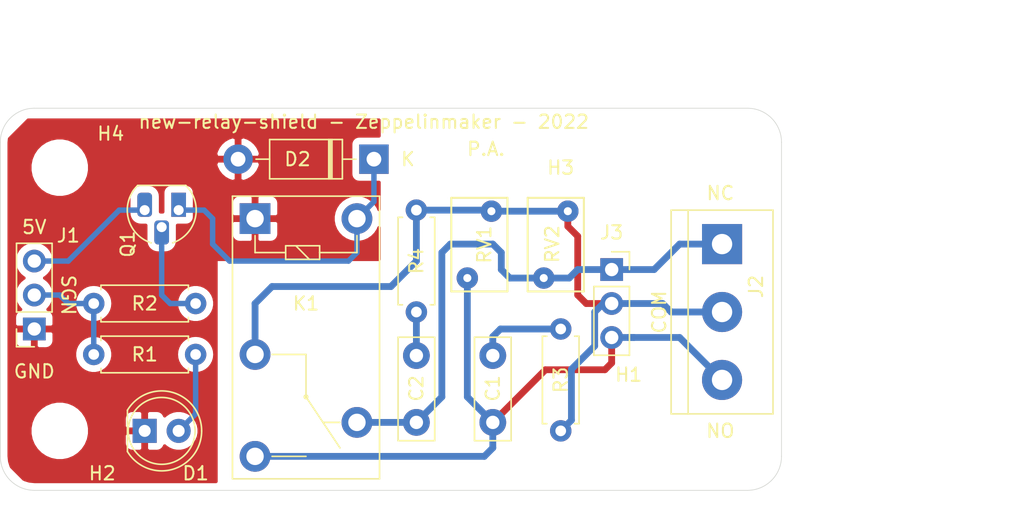
<source format=kicad_pcb>
(kicad_pcb (version 20171130) (host pcbnew "(5.1.4-0-10_14)")

  (general
    (thickness 1.6)
    (drawings 18)
    (tracks 77)
    (zones 0)
    (modules 19)
    (nets 12)
  )

  (page A4)
  (layers
    (0 F.Cu signal)
    (31 B.Cu signal)
    (32 B.Adhes user)
    (33 F.Adhes user)
    (34 B.Paste user)
    (35 F.Paste user)
    (36 B.SilkS user)
    (37 F.SilkS user)
    (38 B.Mask user)
    (39 F.Mask user)
    (40 Dwgs.User user)
    (41 Cmts.User user hide)
    (42 Eco1.User user)
    (43 Eco2.User user)
    (44 Edge.Cuts user)
    (45 Margin user)
    (46 B.CrtYd user)
    (47 F.CrtYd user)
    (48 B.Fab user)
    (49 F.Fab user hide)
  )

  (setup
    (last_trace_width 0.508)
    (user_trace_width 0.254)
    (user_trace_width 0.4064)
    (user_trace_width 0.508)
    (user_trace_width 0.762)
    (trace_clearance 0.2)
    (zone_clearance 0.508)
    (zone_45_only no)
    (trace_min 0.2)
    (via_size 0.8)
    (via_drill 0.4)
    (via_min_size 0.4)
    (via_min_drill 0.3)
    (uvia_size 0.3)
    (uvia_drill 0.1)
    (uvias_allowed no)
    (uvia_min_size 0.2)
    (uvia_min_drill 0.1)
    (edge_width 0.05)
    (segment_width 0.2)
    (pcb_text_width 0.3)
    (pcb_text_size 1.5 1.5)
    (mod_edge_width 0.12)
    (mod_text_size 1 1)
    (mod_text_width 0.15)
    (pad_size 1.524 1.524)
    (pad_drill 0.762)
    (pad_to_mask_clearance 0.051)
    (solder_mask_min_width 0.25)
    (aux_axis_origin 0 0)
    (visible_elements FFFFFF7F)
    (pcbplotparams
      (layerselection 0x3fdff_ffffffff)
      (usegerberextensions false)
      (usegerberattributes false)
      (usegerberadvancedattributes false)
      (creategerberjobfile false)
      (excludeedgelayer true)
      (linewidth 0.100000)
      (plotframeref false)
      (viasonmask false)
      (mode 1)
      (useauxorigin false)
      (hpglpennumber 1)
      (hpglpenspeed 20)
      (hpglpendiameter 15.000000)
      (psnegative false)
      (psa4output false)
      (plotreference true)
      (plotvalue true)
      (plotinvisibletext false)
      (padsonsilk false)
      (subtractmaskfromsilk false)
      (outputformat 1)
      (mirror false)
      (drillshape 0)
      (scaleselection 1)
      (outputdirectory "gerber-newrele/"))
  )

  (net 0 "")
  (net 1 "Net-(C1-Pad1)")
  (net 2 "Net-(C1-Pad2)")
  (net 3 "Net-(C2-Pad2)")
  (net 4 "Net-(C2-Pad1)")
  (net 5 GND)
  (net 6 "Net-(D1-Pad2)")
  (net 7 "Net-(D2-Pad1)")
  (net 8 "Net-(J1-Pad2)")
  (net 9 +5V)
  (net 10 "Net-(J2-Pad2)")
  (net 11 "Net-(Q1-Pad2)")

  (net_class Default "This is the default net class."
    (clearance 0.2)
    (trace_width 0.25)
    (via_dia 0.8)
    (via_drill 0.4)
    (uvia_dia 0.3)
    (uvia_drill 0.1)
    (add_net +5V)
    (add_net GND)
    (add_net "Net-(C1-Pad1)")
    (add_net "Net-(C1-Pad2)")
    (add_net "Net-(C2-Pad1)")
    (add_net "Net-(C2-Pad2)")
    (add_net "Net-(D1-Pad2)")
    (add_net "Net-(D2-Pad1)")
    (add_net "Net-(J1-Pad2)")
    (add_net "Net-(J2-Pad2)")
    (add_net "Net-(Q1-Pad2)")
  )

  (module Capacitor_THT:C_Disc_D7.5mm_W2.5mm_P5.00mm (layer F.Cu) (tedit 5AE50EF0) (tstamp 6290E7A3)
    (at 69.85 67.945 90)
    (descr "C, Disc series, Radial, pin pitch=5.00mm, , diameter*width=7.5*2.5mm^2, Capacitor, http://www.vishay.com/docs/28535/vy2series.pdf")
    (tags "C Disc series Radial pin pitch 5.00mm  diameter 7.5mm width 2.5mm Capacitor")
    (path /6291B2B4)
    (fp_text reference C1 (at 2.54 0 90) (layer F.SilkS)
      (effects (font (size 1 1) (thickness 0.15)))
    )
    (fp_text value C (at 2.5 2.5 90) (layer F.Fab)
      (effects (font (size 1 1) (thickness 0.15)))
    )
    (fp_line (start -1.25 -1.25) (end -1.25 1.25) (layer F.Fab) (width 0.1))
    (fp_line (start -1.25 1.25) (end 6.25 1.25) (layer F.Fab) (width 0.1))
    (fp_line (start 6.25 1.25) (end 6.25 -1.25) (layer F.Fab) (width 0.1))
    (fp_line (start 6.25 -1.25) (end -1.25 -1.25) (layer F.Fab) (width 0.1))
    (fp_line (start -1.37 -1.37) (end 6.37 -1.37) (layer F.SilkS) (width 0.12))
    (fp_line (start -1.37 1.37) (end 6.37 1.37) (layer F.SilkS) (width 0.12))
    (fp_line (start -1.37 -1.37) (end -1.37 1.37) (layer F.SilkS) (width 0.12))
    (fp_line (start 6.37 -1.37) (end 6.37 1.37) (layer F.SilkS) (width 0.12))
    (fp_line (start -1.5 -1.5) (end -1.5 1.5) (layer F.CrtYd) (width 0.05))
    (fp_line (start -1.5 1.5) (end 6.5 1.5) (layer F.CrtYd) (width 0.05))
    (fp_line (start 6.5 1.5) (end 6.5 -1.5) (layer F.CrtYd) (width 0.05))
    (fp_line (start 6.5 -1.5) (end -1.5 -1.5) (layer F.CrtYd) (width 0.05))
    (fp_text user %R (at 2.5 0 90) (layer F.Fab)
      (effects (font (size 1 1) (thickness 0.15)))
    )
    (pad 1 thru_hole circle (at 0 0 90) (size 2 2) (drill 1) (layers *.Cu *.Mask)
      (net 1 "Net-(C1-Pad1)"))
    (pad 2 thru_hole circle (at 5 0 90) (size 2 2) (drill 1) (layers *.Cu *.Mask)
      (net 2 "Net-(C1-Pad2)"))
    (model ${KISYS3DMOD}/Capacitor_THT.3dshapes/C_Disc_D7.5mm_W2.5mm_P5.00mm.wrl
      (at (xyz 0 0 0))
      (scale (xyz 1 1 1))
      (rotate (xyz 0 0 0))
    )
  )

  (module Capacitor_THT:C_Disc_D7.5mm_W2.5mm_P5.00mm (layer F.Cu) (tedit 5AE50EF0) (tstamp 6290E76D)
    (at 64.135 67.945 90)
    (descr "C, Disc series, Radial, pin pitch=5.00mm, , diameter*width=7.5*2.5mm^2, Capacitor, http://www.vishay.com/docs/28535/vy2series.pdf")
    (tags "C Disc series Radial pin pitch 5.00mm  diameter 7.5mm width 2.5mm Capacitor")
    (path /6291BCBB)
    (fp_text reference C2 (at 2.54 0 90) (layer F.SilkS)
      (effects (font (size 1 1) (thickness 0.15)))
    )
    (fp_text value C (at 2.5 2.5 90) (layer F.Fab)
      (effects (font (size 1 1) (thickness 0.15)))
    )
    (fp_text user %R (at 2.5 0 90) (layer F.Fab)
      (effects (font (size 1 1) (thickness 0.15)))
    )
    (fp_line (start 6.5 -1.5) (end -1.5 -1.5) (layer F.CrtYd) (width 0.05))
    (fp_line (start 6.5 1.5) (end 6.5 -1.5) (layer F.CrtYd) (width 0.05))
    (fp_line (start -1.5 1.5) (end 6.5 1.5) (layer F.CrtYd) (width 0.05))
    (fp_line (start -1.5 -1.5) (end -1.5 1.5) (layer F.CrtYd) (width 0.05))
    (fp_line (start 6.37 -1.37) (end 6.37 1.37) (layer F.SilkS) (width 0.12))
    (fp_line (start -1.37 -1.37) (end -1.37 1.37) (layer F.SilkS) (width 0.12))
    (fp_line (start -1.37 1.37) (end 6.37 1.37) (layer F.SilkS) (width 0.12))
    (fp_line (start -1.37 -1.37) (end 6.37 -1.37) (layer F.SilkS) (width 0.12))
    (fp_line (start 6.25 -1.25) (end -1.25 -1.25) (layer F.Fab) (width 0.1))
    (fp_line (start 6.25 1.25) (end 6.25 -1.25) (layer F.Fab) (width 0.1))
    (fp_line (start -1.25 1.25) (end 6.25 1.25) (layer F.Fab) (width 0.1))
    (fp_line (start -1.25 -1.25) (end -1.25 1.25) (layer F.Fab) (width 0.1))
    (pad 2 thru_hole circle (at 5 0 90) (size 2 2) (drill 1) (layers *.Cu *.Mask)
      (net 3 "Net-(C2-Pad2)"))
    (pad 1 thru_hole circle (at 0 0 90) (size 2 2) (drill 1) (layers *.Cu *.Mask)
      (net 4 "Net-(C2-Pad1)"))
    (model ${KISYS3DMOD}/Capacitor_THT.3dshapes/C_Disc_D7.5mm_W2.5mm_P5.00mm.wrl
      (at (xyz 0 0 0))
      (scale (xyz 1 1 1))
      (rotate (xyz 0 0 0))
    )
  )

  (module LED_THT:LED_D5.0mm (layer F.Cu) (tedit 5995936A) (tstamp 6290E739)
    (at 43.815 68.58)
    (descr "LED, diameter 5.0mm, 2 pins, http://cdn-reichelt.de/documents/datenblatt/A500/LL-504BC2E-009.pdf")
    (tags "LED diameter 5.0mm 2 pins")
    (path /6290EA54)
    (fp_text reference D1 (at 3.81 3.175) (layer F.SilkS)
      (effects (font (size 1 1) (thickness 0.15)))
    )
    (fp_text value LED (at 1.27 3.96) (layer F.Fab)
      (effects (font (size 1 1) (thickness 0.15)))
    )
    (fp_arc (start 1.27 0) (end -1.23 -1.469694) (angle 299.1) (layer F.Fab) (width 0.1))
    (fp_arc (start 1.27 0) (end -1.29 -1.54483) (angle 148.9) (layer F.SilkS) (width 0.12))
    (fp_arc (start 1.27 0) (end -1.29 1.54483) (angle -148.9) (layer F.SilkS) (width 0.12))
    (fp_circle (center 1.27 0) (end 3.77 0) (layer F.Fab) (width 0.1))
    (fp_circle (center 1.27 0) (end 3.77 0) (layer F.SilkS) (width 0.12))
    (fp_line (start -1.23 -1.469694) (end -1.23 1.469694) (layer F.Fab) (width 0.1))
    (fp_line (start -1.29 -1.545) (end -1.29 1.545) (layer F.SilkS) (width 0.12))
    (fp_line (start -1.95 -3.25) (end -1.95 3.25) (layer F.CrtYd) (width 0.05))
    (fp_line (start -1.95 3.25) (end 4.5 3.25) (layer F.CrtYd) (width 0.05))
    (fp_line (start 4.5 3.25) (end 4.5 -3.25) (layer F.CrtYd) (width 0.05))
    (fp_line (start 4.5 -3.25) (end -1.95 -3.25) (layer F.CrtYd) (width 0.05))
    (fp_text user %R (at 1.25 0) (layer F.Fab)
      (effects (font (size 0.8 0.8) (thickness 0.2)))
    )
    (pad 1 thru_hole rect (at 0 0) (size 1.8 1.8) (drill 0.9) (layers *.Cu *.Mask)
      (net 5 GND))
    (pad 2 thru_hole circle (at 2.54 0) (size 1.8 1.8) (drill 0.9) (layers *.Cu *.Mask)
      (net 6 "Net-(D1-Pad2)"))
    (model ${KISYS3DMOD}/LED_THT.3dshapes/LED_D5.0mm.wrl
      (at (xyz 0 0 0))
      (scale (xyz 1 1 1))
      (rotate (xyz 0 0 0))
    )
  )

  (module Diode_THT:D_DO-41_SOD81_P10.16mm_Horizontal (layer F.Cu) (tedit 5AE50CD5) (tstamp 6290E6EC)
    (at 60.96 48.26 180)
    (descr "Diode, DO-41_SOD81 series, Axial, Horizontal, pin pitch=10.16mm, , length*diameter=5.2*2.7mm^2, , http://www.diodes.com/_files/packages/DO-41%20(Plastic).pdf")
    (tags "Diode DO-41_SOD81 series Axial Horizontal pin pitch 10.16mm  length 5.2mm diameter 2.7mm")
    (path /629142C3)
    (fp_text reference D2 (at 5.715 0) (layer F.SilkS)
      (effects (font (size 1 1) (thickness 0.15)))
    )
    (fp_text value D (at 5.08 2.47) (layer F.Fab)
      (effects (font (size 1 1) (thickness 0.15)))
    )
    (fp_line (start 2.48 -1.35) (end 2.48 1.35) (layer F.Fab) (width 0.1))
    (fp_line (start 2.48 1.35) (end 7.68 1.35) (layer F.Fab) (width 0.1))
    (fp_line (start 7.68 1.35) (end 7.68 -1.35) (layer F.Fab) (width 0.1))
    (fp_line (start 7.68 -1.35) (end 2.48 -1.35) (layer F.Fab) (width 0.1))
    (fp_line (start 0 0) (end 2.48 0) (layer F.Fab) (width 0.1))
    (fp_line (start 10.16 0) (end 7.68 0) (layer F.Fab) (width 0.1))
    (fp_line (start 3.26 -1.35) (end 3.26 1.35) (layer F.Fab) (width 0.1))
    (fp_line (start 3.36 -1.35) (end 3.36 1.35) (layer F.Fab) (width 0.1))
    (fp_line (start 3.16 -1.35) (end 3.16 1.35) (layer F.Fab) (width 0.1))
    (fp_line (start 2.36 -1.47) (end 2.36 1.47) (layer F.SilkS) (width 0.12))
    (fp_line (start 2.36 1.47) (end 7.8 1.47) (layer F.SilkS) (width 0.12))
    (fp_line (start 7.8 1.47) (end 7.8 -1.47) (layer F.SilkS) (width 0.12))
    (fp_line (start 7.8 -1.47) (end 2.36 -1.47) (layer F.SilkS) (width 0.12))
    (fp_line (start 1.34 0) (end 2.36 0) (layer F.SilkS) (width 0.12))
    (fp_line (start 8.82 0) (end 7.8 0) (layer F.SilkS) (width 0.12))
    (fp_line (start 3.26 -1.47) (end 3.26 1.47) (layer F.SilkS) (width 0.12))
    (fp_line (start 3.38 -1.47) (end 3.38 1.47) (layer F.SilkS) (width 0.12))
    (fp_line (start 3.14 -1.47) (end 3.14 1.47) (layer F.SilkS) (width 0.12))
    (fp_line (start -1.35 -1.6) (end -1.35 1.6) (layer F.CrtYd) (width 0.05))
    (fp_line (start -1.35 1.6) (end 11.51 1.6) (layer F.CrtYd) (width 0.05))
    (fp_line (start 11.51 1.6) (end 11.51 -1.6) (layer F.CrtYd) (width 0.05))
    (fp_line (start 11.51 -1.6) (end -1.35 -1.6) (layer F.CrtYd) (width 0.05))
    (fp_text user %R (at 5.47 0) (layer F.Fab)
      (effects (font (size 1 1) (thickness 0.15)))
    )
    (fp_text user K (at 0 -2.1) (layer F.Fab)
      (effects (font (size 1 1) (thickness 0.15)))
    )
    (fp_text user K (at -2.54 0) (layer F.SilkS)
      (effects (font (size 1 1) (thickness 0.15)))
    )
    (pad 1 thru_hole rect (at 0 0 180) (size 2.2 2.2) (drill 1.1) (layers *.Cu *.Mask)
      (net 7 "Net-(D2-Pad1)"))
    (pad 2 thru_hole oval (at 10.16 0 180) (size 2.2 2.2) (drill 1.1) (layers *.Cu *.Mask)
      (net 5 GND))
    (model ${KISYS3DMOD}/Diode_THT.3dshapes/D_DO-41_SOD81_P10.16mm_Horizontal.wrl
      (at (xyz 0 0 0))
      (scale (xyz 1 1 1))
      (rotate (xyz 0 0 0))
    )
  )

  (module Connector_PinSocket_2.54mm:PinSocket_1x03_P2.54mm_Vertical (layer F.Cu) (tedit 5A19A429) (tstamp 6290E6A2)
    (at 35.56 60.96 180)
    (descr "Through hole straight socket strip, 1x03, 2.54mm pitch, single row (from Kicad 4.0.7), script generated")
    (tags "Through hole socket strip THT 1x03 2.54mm single row")
    (path /6290C02E)
    (fp_text reference J1 (at -2.54 6.985) (layer F.SilkS)
      (effects (font (size 1 1) (thickness 0.15)))
    )
    (fp_text value Conn_01x03 (at 0 7.85) (layer F.Fab)
      (effects (font (size 1 1) (thickness 0.15)))
    )
    (fp_line (start -1.27 -1.27) (end 0.635 -1.27) (layer F.Fab) (width 0.1))
    (fp_line (start 0.635 -1.27) (end 1.27 -0.635) (layer F.Fab) (width 0.1))
    (fp_line (start 1.27 -0.635) (end 1.27 6.35) (layer F.Fab) (width 0.1))
    (fp_line (start 1.27 6.35) (end -1.27 6.35) (layer F.Fab) (width 0.1))
    (fp_line (start -1.27 6.35) (end -1.27 -1.27) (layer F.Fab) (width 0.1))
    (fp_line (start -1.33 1.27) (end 1.33 1.27) (layer F.SilkS) (width 0.12))
    (fp_line (start -1.33 1.27) (end -1.33 6.41) (layer F.SilkS) (width 0.12))
    (fp_line (start -1.33 6.41) (end 1.33 6.41) (layer F.SilkS) (width 0.12))
    (fp_line (start 1.33 1.27) (end 1.33 6.41) (layer F.SilkS) (width 0.12))
    (fp_line (start 1.33 -1.33) (end 1.33 0) (layer F.SilkS) (width 0.12))
    (fp_line (start 0 -1.33) (end 1.33 -1.33) (layer F.SilkS) (width 0.12))
    (fp_line (start -1.8 -1.8) (end 1.75 -1.8) (layer F.CrtYd) (width 0.05))
    (fp_line (start 1.75 -1.8) (end 1.75 6.85) (layer F.CrtYd) (width 0.05))
    (fp_line (start 1.75 6.85) (end -1.8 6.85) (layer F.CrtYd) (width 0.05))
    (fp_line (start -1.8 6.85) (end -1.8 -1.8) (layer F.CrtYd) (width 0.05))
    (fp_text user %R (at 0 2.54 90) (layer F.Fab)
      (effects (font (size 1 1) (thickness 0.15)))
    )
    (pad 1 thru_hole rect (at 0 0 180) (size 1.7 1.7) (drill 1) (layers *.Cu *.Mask)
      (net 5 GND))
    (pad 2 thru_hole oval (at 0 2.54 180) (size 1.7 1.7) (drill 1) (layers *.Cu *.Mask)
      (net 8 "Net-(J1-Pad2)"))
    (pad 3 thru_hole oval (at 0 5.08 180) (size 1.7 1.7) (drill 1) (layers *.Cu *.Mask)
      (net 9 +5V))
    (model ${KISYS3DMOD}/Connector_PinSocket_2.54mm.3dshapes/PinSocket_1x03_P2.54mm_Vertical.wrl
      (at (xyz 0 0 0))
      (scale (xyz 1 1 1))
      (rotate (xyz 0 0 0))
    )
  )

  (module TerminalBlock:TerminalBlock_bornier-3_P5.08mm (layer F.Cu) (tedit 59FF03B9) (tstamp 6290E662)
    (at 86.995 54.61 270)
    (descr "simple 3-pin terminal block, pitch 5.08mm, revamped version of bornier3")
    (tags "terminal block bornier3")
    (path /629183C5)
    (fp_text reference J2 (at 3.175 -2.54 90) (layer F.SilkS)
      (effects (font (size 1 1) (thickness 0.15)))
    )
    (fp_text value Conn_01x03 (at 5.08 5.08 90) (layer F.Fab)
      (effects (font (size 1 1) (thickness 0.15)))
    )
    (fp_text user %R (at 5.08 0 90) (layer F.Fab)
      (effects (font (size 1 1) (thickness 0.15)))
    )
    (fp_line (start -2.47 2.55) (end 12.63 2.55) (layer F.Fab) (width 0.1))
    (fp_line (start -2.47 -3.75) (end 12.63 -3.75) (layer F.Fab) (width 0.1))
    (fp_line (start 12.63 -3.75) (end 12.63 3.75) (layer F.Fab) (width 0.1))
    (fp_line (start 12.63 3.75) (end -2.47 3.75) (layer F.Fab) (width 0.1))
    (fp_line (start -2.47 3.75) (end -2.47 -3.75) (layer F.Fab) (width 0.1))
    (fp_line (start -2.54 3.81) (end -2.54 -3.81) (layer F.SilkS) (width 0.12))
    (fp_line (start 12.7 3.81) (end 12.7 -3.81) (layer F.SilkS) (width 0.12))
    (fp_line (start -2.54 2.54) (end 12.7 2.54) (layer F.SilkS) (width 0.12))
    (fp_line (start -2.54 -3.81) (end 12.7 -3.81) (layer F.SilkS) (width 0.12))
    (fp_line (start -2.54 3.81) (end 12.7 3.81) (layer F.SilkS) (width 0.12))
    (fp_line (start -2.72 -4) (end 12.88 -4) (layer F.CrtYd) (width 0.05))
    (fp_line (start -2.72 -4) (end -2.72 4) (layer F.CrtYd) (width 0.05))
    (fp_line (start 12.88 4) (end 12.88 -4) (layer F.CrtYd) (width 0.05))
    (fp_line (start 12.88 4) (end -2.72 4) (layer F.CrtYd) (width 0.05))
    (pad 1 thru_hole rect (at 0 0 270) (size 3 3) (drill 1.52) (layers *.Cu *.Mask)
      (net 4 "Net-(C2-Pad1)"))
    (pad 2 thru_hole circle (at 5.08 0 270) (size 3 3) (drill 1.52) (layers *.Cu *.Mask)
      (net 10 "Net-(J2-Pad2)"))
    (pad 3 thru_hole circle (at 10.16 0 270) (size 3 3) (drill 1.52) (layers *.Cu *.Mask)
      (net 1 "Net-(C1-Pad1)"))
    (model ${KISYS3DMOD}/TerminalBlock.3dshapes/TerminalBlock_bornier-3_P5.08mm.wrl
      (offset (xyz 5.079999923706055 0 0))
      (scale (xyz 1 1 1))
      (rotate (xyz 0 0 0))
    )
  )

  (module Connector_PinSocket_2.54mm:PinSocket_1x03_P2.54mm_Vertical (layer F.Cu) (tedit 5A19A429) (tstamp 6290E621)
    (at 78.74 56.515)
    (descr "Through hole straight socket strip, 1x03, 2.54mm pitch, single row (from Kicad 4.0.7), script generated")
    (tags "Through hole socket strip THT 1x03 2.54mm single row")
    (path /6292792D)
    (fp_text reference J3 (at 0 -2.77) (layer F.SilkS)
      (effects (font (size 1 1) (thickness 0.15)))
    )
    (fp_text value Conn_01x03_Female (at 0 7.85) (layer F.Fab)
      (effects (font (size 1 1) (thickness 0.15)))
    )
    (fp_text user %R (at 0 2.54 90) (layer F.Fab)
      (effects (font (size 1 1) (thickness 0.15)))
    )
    (fp_line (start -1.8 6.85) (end -1.8 -1.8) (layer F.CrtYd) (width 0.05))
    (fp_line (start 1.75 6.85) (end -1.8 6.85) (layer F.CrtYd) (width 0.05))
    (fp_line (start 1.75 -1.8) (end 1.75 6.85) (layer F.CrtYd) (width 0.05))
    (fp_line (start -1.8 -1.8) (end 1.75 -1.8) (layer F.CrtYd) (width 0.05))
    (fp_line (start 0 -1.33) (end 1.33 -1.33) (layer F.SilkS) (width 0.12))
    (fp_line (start 1.33 -1.33) (end 1.33 0) (layer F.SilkS) (width 0.12))
    (fp_line (start 1.33 1.27) (end 1.33 6.41) (layer F.SilkS) (width 0.12))
    (fp_line (start -1.33 6.41) (end 1.33 6.41) (layer F.SilkS) (width 0.12))
    (fp_line (start -1.33 1.27) (end -1.33 6.41) (layer F.SilkS) (width 0.12))
    (fp_line (start -1.33 1.27) (end 1.33 1.27) (layer F.SilkS) (width 0.12))
    (fp_line (start -1.27 6.35) (end -1.27 -1.27) (layer F.Fab) (width 0.1))
    (fp_line (start 1.27 6.35) (end -1.27 6.35) (layer F.Fab) (width 0.1))
    (fp_line (start 1.27 -0.635) (end 1.27 6.35) (layer F.Fab) (width 0.1))
    (fp_line (start 0.635 -1.27) (end 1.27 -0.635) (layer F.Fab) (width 0.1))
    (fp_line (start -1.27 -1.27) (end 0.635 -1.27) (layer F.Fab) (width 0.1))
    (pad 3 thru_hole oval (at 0 5.08) (size 1.7 1.7) (drill 1) (layers *.Cu *.Mask)
      (net 1 "Net-(C1-Pad1)"))
    (pad 2 thru_hole oval (at 0 2.54) (size 1.7 1.7) (drill 1) (layers *.Cu *.Mask)
      (net 10 "Net-(J2-Pad2)"))
    (pad 1 thru_hole rect (at 0 0) (size 1.7 1.7) (drill 1) (layers *.Cu *.Mask)
      (net 4 "Net-(C2-Pad1)"))
    (model ${KISYS3DMOD}/Connector_PinSocket_2.54mm.3dshapes/PinSocket_1x03_P2.54mm_Vertical.wrl
      (at (xyz 0 0 0))
      (scale (xyz 1 1 1))
      (rotate (xyz 0 0 0))
    )
  )

  (module Package_TO_SOT_THT:TO-92_HandSolder (layer F.Cu) (tedit 5A282C46) (tstamp 6290E5E6)
    (at 46.355 52.07 180)
    (descr "TO-92 leads molded, narrow, drill 0.75mm, handsoldering variant with enlarged pads (see NXP sot054_po.pdf)")
    (tags "to-92 sc-43 sc-43a sot54 PA33 transistor")
    (path /6290FEEA)
    (fp_text reference Q1 (at 3.81 -2.54 270) (layer F.SilkS)
      (effects (font (size 1 1) (thickness 0.15)))
    )
    (fp_text value 2N3904 (at 1.27 2.79) (layer F.Fab)
      (effects (font (size 1 1) (thickness 0.15)))
    )
    (fp_text user %R (at 1.27 -4.4) (layer F.Fab)
      (effects (font (size 1 1) (thickness 0.15)))
    )
    (fp_line (start -0.53 1.85) (end 3.07 1.85) (layer F.SilkS) (width 0.12))
    (fp_line (start -0.5 1.75) (end 3 1.75) (layer F.Fab) (width 0.1))
    (fp_line (start -1.46 -3.05) (end 4 -3.05) (layer F.CrtYd) (width 0.05))
    (fp_line (start -1.45 -3.05) (end -1.46 2.01) (layer F.CrtYd) (width 0.05))
    (fp_line (start 4 2.01) (end 4 -3.05) (layer F.CrtYd) (width 0.05))
    (fp_line (start 4 2.01) (end -1.46 2.01) (layer F.CrtYd) (width 0.05))
    (fp_arc (start 1.27 0) (end 1.27 -2.48) (angle 135) (layer F.Fab) (width 0.1))
    (fp_arc (start 1.27 0) (end 0.45 -2.45) (angle -116.9632683) (layer F.SilkS) (width 0.12))
    (fp_arc (start 1.27 0) (end 1.27 -2.48) (angle -135) (layer F.Fab) (width 0.1))
    (fp_arc (start 1.27 0) (end 2.05 -2.45) (angle 117.6433766) (layer F.SilkS) (width 0.12))
    (pad 2 thru_hole roundrect (at 1.27 -1.27 180) (size 1.1 1.8) (drill 0.75 (offset 0 -0.4)) (layers *.Cu *.Mask) (roundrect_rratio 0.25)
      (net 11 "Net-(Q1-Pad2)"))
    (pad 3 thru_hole roundrect (at 2.54 0 180) (size 1.1 1.8) (drill 0.75 (offset 0 0.4)) (layers *.Cu *.Mask) (roundrect_rratio 0.25)
      (net 9 +5V))
    (pad 1 thru_hole rect (at 0 0 180) (size 1.1 1.8) (drill 0.75 (offset 0 0.4)) (layers *.Cu *.Mask)
      (net 7 "Net-(D2-Pad1)"))
    (model ${KISYS3DMOD}/Package_TO_SOT_THT.3dshapes/TO-92.wrl
      (at (xyz 0 0 0))
      (scale (xyz 1 1 1))
      (rotate (xyz 0 0 0))
    )
  )

  (module Resistor_THT:R_Axial_DIN0207_L6.3mm_D2.5mm_P7.62mm_Horizontal (layer F.Cu) (tedit 5AE5139B) (tstamp 6290E5A9)
    (at 40.005 62.865)
    (descr "Resistor, Axial_DIN0207 series, Axial, Horizontal, pin pitch=7.62mm, 0.25W = 1/4W, length*diameter=6.3*2.5mm^2, http://cdn-reichelt.de/documents/datenblatt/B400/1_4W%23YAG.pdf")
    (tags "Resistor Axial_DIN0207 series Axial Horizontal pin pitch 7.62mm 0.25W = 1/4W length 6.3mm diameter 2.5mm")
    (path /6290DB89)
    (fp_text reference R1 (at 3.81 0) (layer F.SilkS)
      (effects (font (size 1 1) (thickness 0.15)))
    )
    (fp_text value 270R (at 3.81 2.37) (layer F.Fab)
      (effects (font (size 1 1) (thickness 0.15)))
    )
    (fp_text user %R (at 3.81 0) (layer F.Fab)
      (effects (font (size 1 1) (thickness 0.15)))
    )
    (fp_line (start 8.67 -1.5) (end -1.05 -1.5) (layer F.CrtYd) (width 0.05))
    (fp_line (start 8.67 1.5) (end 8.67 -1.5) (layer F.CrtYd) (width 0.05))
    (fp_line (start -1.05 1.5) (end 8.67 1.5) (layer F.CrtYd) (width 0.05))
    (fp_line (start -1.05 -1.5) (end -1.05 1.5) (layer F.CrtYd) (width 0.05))
    (fp_line (start 7.08 1.37) (end 7.08 1.04) (layer F.SilkS) (width 0.12))
    (fp_line (start 0.54 1.37) (end 7.08 1.37) (layer F.SilkS) (width 0.12))
    (fp_line (start 0.54 1.04) (end 0.54 1.37) (layer F.SilkS) (width 0.12))
    (fp_line (start 7.08 -1.37) (end 7.08 -1.04) (layer F.SilkS) (width 0.12))
    (fp_line (start 0.54 -1.37) (end 7.08 -1.37) (layer F.SilkS) (width 0.12))
    (fp_line (start 0.54 -1.04) (end 0.54 -1.37) (layer F.SilkS) (width 0.12))
    (fp_line (start 7.62 0) (end 6.96 0) (layer F.Fab) (width 0.1))
    (fp_line (start 0 0) (end 0.66 0) (layer F.Fab) (width 0.1))
    (fp_line (start 6.96 -1.25) (end 0.66 -1.25) (layer F.Fab) (width 0.1))
    (fp_line (start 6.96 1.25) (end 6.96 -1.25) (layer F.Fab) (width 0.1))
    (fp_line (start 0.66 1.25) (end 6.96 1.25) (layer F.Fab) (width 0.1))
    (fp_line (start 0.66 -1.25) (end 0.66 1.25) (layer F.Fab) (width 0.1))
    (pad 2 thru_hole oval (at 7.62 0) (size 1.6 1.6) (drill 0.8) (layers *.Cu *.Mask)
      (net 6 "Net-(D1-Pad2)"))
    (pad 1 thru_hole circle (at 0 0) (size 1.6 1.6) (drill 0.8) (layers *.Cu *.Mask)
      (net 8 "Net-(J1-Pad2)"))
    (model ${KISYS3DMOD}/Resistor_THT.3dshapes/R_Axial_DIN0207_L6.3mm_D2.5mm_P7.62mm_Horizontal.wrl
      (at (xyz 0 0 0))
      (scale (xyz 1 1 1))
      (rotate (xyz 0 0 0))
    )
  )

  (module Resistor_THT:R_Axial_DIN0207_L6.3mm_D2.5mm_P7.62mm_Horizontal (layer F.Cu) (tedit 5AE5139B) (tstamp 6290E567)
    (at 47.625 59.055 180)
    (descr "Resistor, Axial_DIN0207 series, Axial, Horizontal, pin pitch=7.62mm, 0.25W = 1/4W, length*diameter=6.3*2.5mm^2, http://cdn-reichelt.de/documents/datenblatt/B400/1_4W%23YAG.pdf")
    (tags "Resistor Axial_DIN0207 series Axial Horizontal pin pitch 7.62mm 0.25W = 1/4W length 6.3mm diameter 2.5mm")
    (path /6290D0AD)
    (fp_text reference R2 (at 3.81 0) (layer F.SilkS)
      (effects (font (size 1 1) (thickness 0.15)))
    )
    (fp_text value 1K (at 3.81 2.37) (layer F.Fab)
      (effects (font (size 1 1) (thickness 0.15)))
    )
    (fp_line (start 0.66 -1.25) (end 0.66 1.25) (layer F.Fab) (width 0.1))
    (fp_line (start 0.66 1.25) (end 6.96 1.25) (layer F.Fab) (width 0.1))
    (fp_line (start 6.96 1.25) (end 6.96 -1.25) (layer F.Fab) (width 0.1))
    (fp_line (start 6.96 -1.25) (end 0.66 -1.25) (layer F.Fab) (width 0.1))
    (fp_line (start 0 0) (end 0.66 0) (layer F.Fab) (width 0.1))
    (fp_line (start 7.62 0) (end 6.96 0) (layer F.Fab) (width 0.1))
    (fp_line (start 0.54 -1.04) (end 0.54 -1.37) (layer F.SilkS) (width 0.12))
    (fp_line (start 0.54 -1.37) (end 7.08 -1.37) (layer F.SilkS) (width 0.12))
    (fp_line (start 7.08 -1.37) (end 7.08 -1.04) (layer F.SilkS) (width 0.12))
    (fp_line (start 0.54 1.04) (end 0.54 1.37) (layer F.SilkS) (width 0.12))
    (fp_line (start 0.54 1.37) (end 7.08 1.37) (layer F.SilkS) (width 0.12))
    (fp_line (start 7.08 1.37) (end 7.08 1.04) (layer F.SilkS) (width 0.12))
    (fp_line (start -1.05 -1.5) (end -1.05 1.5) (layer F.CrtYd) (width 0.05))
    (fp_line (start -1.05 1.5) (end 8.67 1.5) (layer F.CrtYd) (width 0.05))
    (fp_line (start 8.67 1.5) (end 8.67 -1.5) (layer F.CrtYd) (width 0.05))
    (fp_line (start 8.67 -1.5) (end -1.05 -1.5) (layer F.CrtYd) (width 0.05))
    (fp_text user %R (at 3.81 0) (layer F.Fab)
      (effects (font (size 1 1) (thickness 0.15)))
    )
    (pad 1 thru_hole circle (at 0 0 180) (size 1.6 1.6) (drill 0.8) (layers *.Cu *.Mask)
      (net 11 "Net-(Q1-Pad2)"))
    (pad 2 thru_hole oval (at 7.62 0 180) (size 1.6 1.6) (drill 0.8) (layers *.Cu *.Mask)
      (net 8 "Net-(J1-Pad2)"))
    (model ${KISYS3DMOD}/Resistor_THT.3dshapes/R_Axial_DIN0207_L6.3mm_D2.5mm_P7.62mm_Horizontal.wrl
      (at (xyz 0 0 0))
      (scale (xyz 1 1 1))
      (rotate (xyz 0 0 0))
    )
  )

  (module Resistor_THT:R_Axial_DIN0207_L6.3mm_D2.5mm_P7.62mm_Horizontal (layer F.Cu) (tedit 5AE5139B) (tstamp 6290E525)
    (at 74.93 60.96 270)
    (descr "Resistor, Axial_DIN0207 series, Axial, Horizontal, pin pitch=7.62mm, 0.25W = 1/4W, length*diameter=6.3*2.5mm^2, http://cdn-reichelt.de/documents/datenblatt/B400/1_4W%23YAG.pdf")
    (tags "Resistor Axial_DIN0207 series Axial Horizontal pin pitch 7.62mm 0.25W = 1/4W length 6.3mm diameter 2.5mm")
    (path /6291C194)
    (fp_text reference R3 (at 3.81 0 90) (layer F.SilkS)
      (effects (font (size 1 1) (thickness 0.15)))
    )
    (fp_text value R (at 3.81 2.37 90) (layer F.Fab)
      (effects (font (size 1 1) (thickness 0.15)))
    )
    (fp_line (start 0.66 -1.25) (end 0.66 1.25) (layer F.Fab) (width 0.1))
    (fp_line (start 0.66 1.25) (end 6.96 1.25) (layer F.Fab) (width 0.1))
    (fp_line (start 6.96 1.25) (end 6.96 -1.25) (layer F.Fab) (width 0.1))
    (fp_line (start 6.96 -1.25) (end 0.66 -1.25) (layer F.Fab) (width 0.1))
    (fp_line (start 0 0) (end 0.66 0) (layer F.Fab) (width 0.1))
    (fp_line (start 7.62 0) (end 6.96 0) (layer F.Fab) (width 0.1))
    (fp_line (start 0.54 -1.04) (end 0.54 -1.37) (layer F.SilkS) (width 0.12))
    (fp_line (start 0.54 -1.37) (end 7.08 -1.37) (layer F.SilkS) (width 0.12))
    (fp_line (start 7.08 -1.37) (end 7.08 -1.04) (layer F.SilkS) (width 0.12))
    (fp_line (start 0.54 1.04) (end 0.54 1.37) (layer F.SilkS) (width 0.12))
    (fp_line (start 0.54 1.37) (end 7.08 1.37) (layer F.SilkS) (width 0.12))
    (fp_line (start 7.08 1.37) (end 7.08 1.04) (layer F.SilkS) (width 0.12))
    (fp_line (start -1.05 -1.5) (end -1.05 1.5) (layer F.CrtYd) (width 0.05))
    (fp_line (start -1.05 1.5) (end 8.67 1.5) (layer F.CrtYd) (width 0.05))
    (fp_line (start 8.67 1.5) (end 8.67 -1.5) (layer F.CrtYd) (width 0.05))
    (fp_line (start 8.67 -1.5) (end -1.05 -1.5) (layer F.CrtYd) (width 0.05))
    (fp_text user %R (at 3.81 0 90) (layer F.Fab)
      (effects (font (size 1 1) (thickness 0.15)))
    )
    (pad 1 thru_hole circle (at 0 0 270) (size 1.6 1.6) (drill 0.8) (layers *.Cu *.Mask)
      (net 2 "Net-(C1-Pad2)"))
    (pad 2 thru_hole oval (at 7.62 0 270) (size 1.6 1.6) (drill 0.8) (layers *.Cu *.Mask)
      (net 10 "Net-(J2-Pad2)"))
    (model ${KISYS3DMOD}/Resistor_THT.3dshapes/R_Axial_DIN0207_L6.3mm_D2.5mm_P7.62mm_Horizontal.wrl
      (at (xyz 0 0 0))
      (scale (xyz 1 1 1))
      (rotate (xyz 0 0 0))
    )
  )

  (module Resistor_THT:R_Axial_DIN0207_L6.3mm_D2.5mm_P7.62mm_Horizontal (layer F.Cu) (tedit 5AE5139B) (tstamp 6290E4E3)
    (at 64.135 59.69 90)
    (descr "Resistor, Axial_DIN0207 series, Axial, Horizontal, pin pitch=7.62mm, 0.25W = 1/4W, length*diameter=6.3*2.5mm^2, http://cdn-reichelt.de/documents/datenblatt/B400/1_4W%23YAG.pdf")
    (tags "Resistor Axial_DIN0207 series Axial Horizontal pin pitch 7.62mm 0.25W = 1/4W length 6.3mm diameter 2.5mm")
    (path /6291C78F)
    (fp_text reference R4 (at 3.81 0 90) (layer F.SilkS)
      (effects (font (size 1 1) (thickness 0.15)))
    )
    (fp_text value R (at 3.81 2.37 90) (layer F.Fab)
      (effects (font (size 1 1) (thickness 0.15)))
    )
    (fp_text user %R (at 3.81 0 90) (layer F.Fab)
      (effects (font (size 1 1) (thickness 0.15)))
    )
    (fp_line (start 8.67 -1.5) (end -1.05 -1.5) (layer F.CrtYd) (width 0.05))
    (fp_line (start 8.67 1.5) (end 8.67 -1.5) (layer F.CrtYd) (width 0.05))
    (fp_line (start -1.05 1.5) (end 8.67 1.5) (layer F.CrtYd) (width 0.05))
    (fp_line (start -1.05 -1.5) (end -1.05 1.5) (layer F.CrtYd) (width 0.05))
    (fp_line (start 7.08 1.37) (end 7.08 1.04) (layer F.SilkS) (width 0.12))
    (fp_line (start 0.54 1.37) (end 7.08 1.37) (layer F.SilkS) (width 0.12))
    (fp_line (start 0.54 1.04) (end 0.54 1.37) (layer F.SilkS) (width 0.12))
    (fp_line (start 7.08 -1.37) (end 7.08 -1.04) (layer F.SilkS) (width 0.12))
    (fp_line (start 0.54 -1.37) (end 7.08 -1.37) (layer F.SilkS) (width 0.12))
    (fp_line (start 0.54 -1.04) (end 0.54 -1.37) (layer F.SilkS) (width 0.12))
    (fp_line (start 7.62 0) (end 6.96 0) (layer F.Fab) (width 0.1))
    (fp_line (start 0 0) (end 0.66 0) (layer F.Fab) (width 0.1))
    (fp_line (start 6.96 -1.25) (end 0.66 -1.25) (layer F.Fab) (width 0.1))
    (fp_line (start 6.96 1.25) (end 6.96 -1.25) (layer F.Fab) (width 0.1))
    (fp_line (start 0.66 1.25) (end 6.96 1.25) (layer F.Fab) (width 0.1))
    (fp_line (start 0.66 -1.25) (end 0.66 1.25) (layer F.Fab) (width 0.1))
    (pad 2 thru_hole oval (at 7.62 0 90) (size 1.6 1.6) (drill 0.8) (layers *.Cu *.Mask)
      (net 10 "Net-(J2-Pad2)"))
    (pad 1 thru_hole circle (at 0 0 90) (size 1.6 1.6) (drill 0.8) (layers *.Cu *.Mask)
      (net 3 "Net-(C2-Pad2)"))
    (model ${KISYS3DMOD}/Resistor_THT.3dshapes/R_Axial_DIN0207_L6.3mm_D2.5mm_P7.62mm_Horizontal.wrl
      (at (xyz 0 0 0))
      (scale (xyz 1 1 1))
      (rotate (xyz 0 0 0))
    )
  )

  (module Varistor:RV_Disc_D7mm_W4.2mm_P5mm (layer F.Cu) (tedit 5A0F68DF) (tstamp 6290E4A9)
    (at 67.945 57.15 90)
    (descr "Varistor, diameter 7mm, width 4.2mm, pitch 5mm")
    (tags "varistor SIOV")
    (path /62919FFA)
    (fp_text reference RV1 (at 2.5 1.27 90) (layer F.SilkS)
      (effects (font (size 1 1) (thickness 0.15)))
    )
    (fp_text value Varistor (at 2.5 -2.2 90) (layer F.Fab)
      (effects (font (size 1 1) (thickness 0.15)))
    )
    (fp_text user %R (at 2.5 0.9 90) (layer F.Fab)
      (effects (font (size 1 1) (thickness 0.15)))
    )
    (fp_line (start -1.25 3.25) (end 6.25 3.25) (layer F.CrtYd) (width 0.05))
    (fp_line (start -1.25 -1.45) (end 6.25 -1.45) (layer F.CrtYd) (width 0.05))
    (fp_line (start 6.25 -1.45) (end 6.25 3.25) (layer F.CrtYd) (width 0.05))
    (fp_line (start -1.25 -1.45) (end -1.25 3.25) (layer F.CrtYd) (width 0.05))
    (fp_line (start -1 3) (end 6 3) (layer F.SilkS) (width 0.15))
    (fp_line (start -1 -1.2) (end 6 -1.2) (layer F.SilkS) (width 0.15))
    (fp_line (start 6 -1.2) (end 6 3) (layer F.SilkS) (width 0.15))
    (fp_line (start -1 -1.2) (end -1 3) (layer F.SilkS) (width 0.15))
    (fp_line (start -1 3) (end 6 3) (layer F.Fab) (width 0.1))
    (fp_line (start -1 -1.2) (end 6 -1.2) (layer F.Fab) (width 0.1))
    (fp_line (start 6 -1.2) (end 6 3) (layer F.Fab) (width 0.1))
    (fp_line (start -1 -1.2) (end -1 3) (layer F.Fab) (width 0.1))
    (pad 1 thru_hole circle (at 0 0 90) (size 1.6 1.6) (drill 0.6) (layers *.Cu *.Mask)
      (net 1 "Net-(C1-Pad1)"))
    (pad 2 thru_hole circle (at 5 1.8 90) (size 1.6 1.6) (drill 0.6) (layers *.Cu *.Mask)
      (net 10 "Net-(J2-Pad2)"))
    (model ${KISYS3DMOD}/Varistor.3dshapes/RV_Disc_D7mm_W4.2mm_P5mm.wrl
      (at (xyz 0 0 0))
      (scale (xyz 1 1 1))
      (rotate (xyz 0 0 0))
    )
  )

  (module Varistor:RV_Disc_D7mm_W4.2mm_P5mm (layer F.Cu) (tedit 5A0F68DF) (tstamp 6290E473)
    (at 73.66 57.15 90)
    (descr "Varistor, diameter 7mm, width 4.2mm, pitch 5mm")
    (tags "varistor SIOV")
    (path /6291ACA6)
    (fp_text reference RV2 (at 2.54 0.635 90) (layer F.SilkS)
      (effects (font (size 1 1) (thickness 0.15)))
    )
    (fp_text value Varistor (at 2.5 -2.2 90) (layer F.Fab)
      (effects (font (size 1 1) (thickness 0.15)))
    )
    (fp_line (start -1 -1.2) (end -1 3) (layer F.Fab) (width 0.1))
    (fp_line (start 6 -1.2) (end 6 3) (layer F.Fab) (width 0.1))
    (fp_line (start -1 -1.2) (end 6 -1.2) (layer F.Fab) (width 0.1))
    (fp_line (start -1 3) (end 6 3) (layer F.Fab) (width 0.1))
    (fp_line (start -1 -1.2) (end -1 3) (layer F.SilkS) (width 0.15))
    (fp_line (start 6 -1.2) (end 6 3) (layer F.SilkS) (width 0.15))
    (fp_line (start -1 -1.2) (end 6 -1.2) (layer F.SilkS) (width 0.15))
    (fp_line (start -1 3) (end 6 3) (layer F.SilkS) (width 0.15))
    (fp_line (start -1.25 -1.45) (end -1.25 3.25) (layer F.CrtYd) (width 0.05))
    (fp_line (start 6.25 -1.45) (end 6.25 3.25) (layer F.CrtYd) (width 0.05))
    (fp_line (start -1.25 -1.45) (end 6.25 -1.45) (layer F.CrtYd) (width 0.05))
    (fp_line (start -1.25 3.25) (end 6.25 3.25) (layer F.CrtYd) (width 0.05))
    (fp_text user %R (at 2.54 0.635 90) (layer F.Fab)
      (effects (font (size 1 1) (thickness 0.15)))
    )
    (pad 2 thru_hole circle (at 5 1.8 90) (size 1.6 1.6) (drill 0.6) (layers *.Cu *.Mask)
      (net 10 "Net-(J2-Pad2)"))
    (pad 1 thru_hole circle (at 0 0 90) (size 1.6 1.6) (drill 0.6) (layers *.Cu *.Mask)
      (net 4 "Net-(C2-Pad1)"))
    (model ${KISYS3DMOD}/Varistor.3dshapes/RV_Disc_D7mm_W4.2mm_P5mm.wrl
      (at (xyz 0 0 0))
      (scale (xyz 1 1 1))
      (rotate (xyz 0 0 0))
    )
  )

  (module Relay_THT:Relay_SPDT_Omron-G5Q-1 (layer F.Cu) (tedit 5AE38B61) (tstamp 6290E413)
    (at 52.07 52.705 270)
    (descr "Relay SPDT Omron Serie G5Q, http://omronfs.omron.com/en_US/ecb/products/pdf/en-g5q.pdf")
    (tags "Relay SPDT Omron Serie G5Q")
    (path /62935023)
    (fp_text reference K1 (at 6.35 -3.81) (layer F.SilkS)
      (effects (font (size 1 1) (thickness 0.15)))
    )
    (fp_text value G5Q-1 (at 9 3 270) (layer F.Fab)
      (effects (font (size 1 1) (thickness 0.15)))
    )
    (fp_text user %R (at 8.89 -3.81 90) (layer F.Fab)
      (effects (font (size 1 1) (thickness 0.15)))
    )
    (fp_line (start 17.78 -1.27) (end 17.78 -3.81) (layer F.SilkS) (width 0.12))
    (fp_line (start 13.335 -3.81) (end 17.145 -6.35) (layer F.SilkS) (width 0.12))
    (fp_line (start 15.24 -6.35) (end 15.24 -5.08) (layer F.SilkS) (width 0.12))
    (fp_line (start 10.16 -1.27) (end 10.16 -3.81) (layer F.SilkS) (width 0.12))
    (fp_line (start 10.16 -3.81) (end 13.335 -3.81) (layer F.SilkS) (width 0.12))
    (fp_line (start 0 -1) (end 0 -6.5) (layer F.Fab) (width 0.1))
    (fp_line (start 18.96 -8.81) (end 18.96 1.19) (layer F.Fab) (width 0.1))
    (fp_line (start 18.96 1.19) (end -1.18 1.19) (layer F.Fab) (width 0.1))
    (fp_line (start -1.18 1.19) (end -1.18 -8.81) (layer F.Fab) (width 0.1))
    (fp_line (start -1.18 -8.81) (end 18.96 -8.81) (layer F.Fab) (width 0.1))
    (fp_line (start -1.95 -9.55) (end 19.7 -9.55) (layer F.CrtYd) (width 0.05))
    (fp_line (start 19.7 -9.55) (end 19.7 1.95) (layer F.CrtYd) (width 0.05))
    (fp_line (start 19.7 1.95) (end -1.95 1.95) (layer F.CrtYd) (width 0.05))
    (fp_line (start -1.95 1.95) (end -1.95 -9.55) (layer F.CrtYd) (width 0.05))
    (fp_line (start 2.03 -3.05) (end 3.05 -4.06) (layer F.SilkS) (width 0.12))
    (fp_line (start 2.54 -7.62) (end 1.27 -7.62) (layer F.SilkS) (width 0.12))
    (fp_line (start 2.54 -4.83) (end 2.54 -7.62) (layer F.SilkS) (width 0.12))
    (fp_line (start 2.54 0) (end 2.54 -2.29) (layer F.SilkS) (width 0.12))
    (fp_line (start 1.27 0) (end 2.54 0) (layer F.SilkS) (width 0.12))
    (fp_line (start 2.54 -2.29) (end 2.03 -2.29) (layer F.SilkS) (width 0.12))
    (fp_line (start 2.03 -2.29) (end 2.03 -4.83) (layer F.SilkS) (width 0.12))
    (fp_line (start 2.03 -4.83) (end 2.54 -4.83) (layer F.SilkS) (width 0.12))
    (fp_line (start 2.54 -4.83) (end 3.05 -4.83) (layer F.SilkS) (width 0.12))
    (fp_line (start 3.05 -4.83) (end 3.05 -2.29) (layer F.SilkS) (width 0.12))
    (fp_line (start 3.05 -2.29) (end 2.54 -2.29) (layer F.SilkS) (width 0.12))
    (fp_line (start -1.68 1.69) (end 19.46 1.69) (layer F.SilkS) (width 0.12))
    (fp_line (start 19.46 1.69) (end 19.46 -9.31) (layer F.SilkS) (width 0.12))
    (fp_line (start -1.68 1.69) (end -1.68 -9.31) (layer F.SilkS) (width 0.12))
    (fp_line (start -1.68 -9.31) (end 19.46 -9.31) (layer F.SilkS) (width 0.12))
    (fp_circle (center 13.335 -3.81) (end 13.462 -3.81) (layer F.SilkS) (width 0.12))
    (pad 1 thru_hole rect (at 0 0 90) (size 2.3 2.3) (drill 1.3) (layers *.Cu *.Mask)
      (net 5 GND))
    (pad 2 thru_hole circle (at 10.16 0 90) (size 2.3 2.3) (drill 1.3) (layers *.Cu *.Mask)
      (net 10 "Net-(J2-Pad2)"))
    (pad 3 thru_hole circle (at 17.78 0 90) (size 2.3 2.3) (drill 1.3) (layers *.Cu *.Mask)
      (net 1 "Net-(C1-Pad1)"))
    (pad 4 thru_hole circle (at 15.24 -7.62 90) (size 2.3 2.3) (drill 1.3) (layers *.Cu *.Mask)
      (net 4 "Net-(C2-Pad1)"))
    (pad 5 thru_hole circle (at 0 -7.62 90) (size 2.3 2.3) (drill 1.3) (layers *.Cu *.Mask)
      (net 7 "Net-(D2-Pad1)"))
    (model ${KISYS3DMOD}/Relay_THT.3dshapes/Relay_SPDT_Omron-G5Q-1.wrl
      (at (xyz 0 0 0))
      (scale (xyz 1 1 1))
      (rotate (xyz 0 0 0))
    )
  )

  (module MountingHole:MountingHole_3.2mm_M3 (layer F.Cu) (tedit 56D1B4CB) (tstamp 6290E3DE)
    (at 80.01 68.58)
    (descr "Mounting Hole 3.2mm, no annular, M3")
    (tags "mounting hole 3.2mm no annular m3")
    (path /629394E7)
    (attr virtual)
    (fp_text reference H1 (at 0 -4.2) (layer F.SilkS)
      (effects (font (size 1 1) (thickness 0.15)))
    )
    (fp_text value MountingHole (at 0 4.2) (layer F.Fab)
      (effects (font (size 1 1) (thickness 0.15)))
    )
    (fp_text user %R (at 0.3 0) (layer F.Fab)
      (effects (font (size 1 1) (thickness 0.15)))
    )
    (fp_circle (center 0 0) (end 3.2 0) (layer Cmts.User) (width 0.15))
    (fp_circle (center 0 0) (end 3.45 0) (layer F.CrtYd) (width 0.05))
    (pad 1 np_thru_hole circle (at 0 0) (size 3.2 3.2) (drill 3.2) (layers *.Cu *.Mask))
  )

  (module MountingHole:MountingHole_3.2mm_M3 (layer F.Cu) (tedit 56D1B4CB) (tstamp 6290E3C9)
    (at 37.465 68.58)
    (descr "Mounting Hole 3.2mm, no annular, M3")
    (tags "mounting hole 3.2mm no annular m3")
    (path /62939CEC)
    (attr virtual)
    (fp_text reference H2 (at 3.175 3.175) (layer F.SilkS)
      (effects (font (size 1 1) (thickness 0.15)))
    )
    (fp_text value MountingHole (at 0 4.2) (layer F.Fab)
      (effects (font (size 1 1) (thickness 0.15)))
    )
    (fp_circle (center 0 0) (end 3.45 0) (layer F.CrtYd) (width 0.05))
    (fp_circle (center 0 0) (end 3.2 0) (layer Cmts.User) (width 0.15))
    (fp_text user %R (at 0.3 0) (layer F.Fab)
      (effects (font (size 1 1) (thickness 0.15)))
    )
    (pad 1 np_thru_hole circle (at 0 0) (size 3.2 3.2) (drill 3.2) (layers *.Cu *.Mask))
  )

  (module MountingHole:MountingHole_3.2mm_M3 (layer F.Cu) (tedit 56D1B4CB) (tstamp 6290E3B4)
    (at 80.01 48.895)
    (descr "Mounting Hole 3.2mm, no annular, M3")
    (tags "mounting hole 3.2mm no annular m3")
    (path /6293A2EA)
    (attr virtual)
    (fp_text reference H3 (at -5.08 0) (layer F.SilkS)
      (effects (font (size 1 1) (thickness 0.15)))
    )
    (fp_text value MountingHole (at 0 4.2) (layer F.Fab)
      (effects (font (size 1 1) (thickness 0.15)))
    )
    (fp_text user %R (at 0.3 0) (layer F.Fab)
      (effects (font (size 1 1) (thickness 0.15)))
    )
    (fp_circle (center 0 0) (end 3.2 0) (layer Cmts.User) (width 0.15))
    (fp_circle (center 0 0) (end 3.45 0) (layer F.CrtYd) (width 0.05))
    (pad 1 np_thru_hole circle (at 0 0) (size 3.2 3.2) (drill 3.2) (layers *.Cu *.Mask))
  )

  (module MountingHole:MountingHole_3.2mm_M3 (layer F.Cu) (tedit 56D1B4CB) (tstamp 6290E39F)
    (at 37.465 48.895)
    (descr "Mounting Hole 3.2mm, no annular, M3")
    (tags "mounting hole 3.2mm no annular m3")
    (path /6293A8D2)
    (attr virtual)
    (fp_text reference H4 (at 3.81 -2.54) (layer F.SilkS)
      (effects (font (size 1 1) (thickness 0.15)))
    )
    (fp_text value MountingHole (at 0 4.2) (layer F.Fab)
      (effects (font (size 1 1) (thickness 0.15)))
    )
    (fp_circle (center 0 0) (end 3.45 0) (layer F.CrtYd) (width 0.05))
    (fp_circle (center 0 0) (end 3.2 0) (layer Cmts.User) (width 0.15))
    (fp_text user %R (at 0.3 0) (layer F.Fab)
      (effects (font (size 1 1) (thickness 0.15)))
    )
    (pad 1 np_thru_hole circle (at 0 0) (size 3.2 3.2) (drill 3.2) (layers *.Cu *.Mask))
  )

  (gr_text P.A. (at 69.342 47.498) (layer F.SilkS) (tstamp 6290E88B)
    (effects (font (size 1 1) (thickness 0.15)))
  )
  (gr_text "new-relay-shield - Zeppelinmaker - 2022" (at 60.198 45.466) (layer F.SilkS) (tstamp 6290E8A0)
    (effects (font (size 1 1) (thickness 0.15)))
  )
  (dimension 28.702 (width 0.15) (layer Eco1.User)
    (gr_text "28.702 mm" (at 108.234 61.341 270) (layer Eco1.User)
      (effects (font (size 1 1) (thickness 0.15)))
    )
    (feature1 (pts (xy 99.568 75.692) (xy 107.520421 75.692)))
    (feature2 (pts (xy 99.568 46.99) (xy 107.520421 46.99)))
    (crossbar (pts (xy 106.934 46.99) (xy 106.934 75.692)))
    (arrow1a (pts (xy 106.934 75.692) (xy 106.347579 74.565496)))
    (arrow1b (pts (xy 106.934 75.692) (xy 107.520421 74.565496)))
    (arrow2a (pts (xy 106.934 46.99) (xy 106.347579 48.116504)))
    (arrow2b (pts (xy 106.934 46.99) (xy 107.520421 48.116504)))
  )
  (dimension 58.42 (width 0.15) (layer Eco1.User)
    (gr_text "58.420 mm" (at 68.58 37.054) (layer Eco1.User)
      (effects (font (size 1 1) (thickness 0.15)))
    )
    (feature1 (pts (xy 97.79 42.926) (xy 97.79 37.767579)))
    (feature2 (pts (xy 39.37 42.926) (xy 39.37 37.767579)))
    (crossbar (pts (xy 39.37 38.354) (xy 97.79 38.354)))
    (arrow1a (pts (xy 97.79 38.354) (xy 96.663496 38.940421)))
    (arrow1b (pts (xy 97.79 38.354) (xy 96.663496 37.767579)))
    (arrow2a (pts (xy 39.37 38.354) (xy 40.496504 38.940421)))
    (arrow2b (pts (xy 39.37 38.354) (xy 40.496504 37.767579)))
  )
  (gr_text "NC\n" (at 86.868 50.8) (layer F.SilkS) (tstamp 6290E89D)
    (effects (font (size 1 1) (thickness 0.15)))
  )
  (gr_text "NO\n" (at 86.868 68.58) (layer F.SilkS) (tstamp 6290E89A)
    (effects (font (size 1 1) (thickness 0.15)))
  )
  (gr_text "COM\n" (at 82.296 59.69 90) (layer F.SilkS) (tstamp 6290E897)
    (effects (font (size 1 1) (thickness 0.15)))
  )
  (gr_text "SGN\n" (at 38.1 58.42 270) (layer F.SilkS) (tstamp 6290E894)
    (effects (font (size 1 1) (thickness 0.15)))
  )
  (gr_text 5V (at 35.56 53.34) (layer F.SilkS) (tstamp 6290E891)
    (effects (font (size 1 1) (thickness 0.15)))
  )
  (gr_text GND (at 35.56 64.135) (layer F.SilkS) (tstamp 6290E88E)
    (effects (font (size 1 1) (thickness 0.15)))
  )
  (gr_arc (start 35.56 70.485) (end 33.02 70.485) (angle -90) (layer Edge.Cuts) (width 0.05) (tstamp 6290E609))
  (gr_arc (start 88.9 70.485) (end 88.9 73.025) (angle -90) (layer Edge.Cuts) (width 0.05) (tstamp 6290E396))
  (gr_arc (start 88.9 46.99) (end 91.44 46.99) (angle -90) (layer Edge.Cuts) (width 0.05) (tstamp 6290E393))
  (gr_arc (start 35.56 46.99) (end 35.56 44.45) (angle -90) (layer Edge.Cuts) (width 0.05) (tstamp 6290E390))
  (gr_line (start 33.02 70.485) (end 33.02 46.99) (layer Edge.Cuts) (width 0.05) (tstamp 6290E38D))
  (gr_line (start 88.9 73.025) (end 35.56 73.025) (layer Edge.Cuts) (width 0.05) (tstamp 6290E38A))
  (gr_line (start 91.44 46.99) (end 91.44 70.485) (layer Edge.Cuts) (width 0.05) (tstamp 6290E387))
  (gr_line (start 35.56 44.45) (end 88.9 44.45) (layer Edge.Cuts) (width 0.05) (tstamp 6290E384))

  (segment (start 52.07 70.485) (end 69.215 70.485) (width 0.508) (layer B.Cu) (net 1) (tstamp 6290E846))
  (segment (start 69.85 69.85) (end 69.85 67.945) (width 0.508) (layer B.Cu) (net 1) (tstamp 6290E831))
  (segment (start 69.215 70.485) (end 69.85 69.85) (width 0.508) (layer B.Cu) (net 1) (tstamp 6290E849))
  (segment (start 67.945 66.04) (end 69.85 67.945) (width 0.508) (layer B.Cu) (net 1) (tstamp 6290E834))
  (segment (start 67.945 57.15) (end 67.945 66.04) (width 0.508) (layer B.Cu) (net 1) (tstamp 6290E837))
  (segment (start 83.82 61.595) (end 86.995 64.77) (width 0.508) (layer B.Cu) (net 1) (tstamp 6290E83A))
  (segment (start 69.85 67.945) (end 73.787 64.008) (width 0.508) (layer F.Cu) (net 1))
  (segment (start 73.787 64.008) (end 78.232 64.008) (width 0.508) (layer F.Cu) (net 1))
  (segment (start 78.74 63.5) (end 78.74 61.595) (width 0.508) (layer F.Cu) (net 1))
  (segment (start 78.232 64.008) (end 78.74 63.5) (width 0.508) (layer F.Cu) (net 1))
  (segment (start 80.01 61.595) (end 78.74 61.595) (width 0.25) (layer B.Cu) (net 1))
  (segment (start 80.391 61.595) (end 78.74 61.595) (width 0.508) (layer B.Cu) (net 1))
  (segment (start 80.01 61.595) (end 80.391 61.595) (width 0.508) (layer B.Cu) (net 1))
  (segment (start 80.391 61.595) (end 83.82 61.595) (width 0.508) (layer B.Cu) (net 1))
  (segment (start 69.85 61.530787) (end 70.420787 60.96) (width 0.508) (layer B.Cu) (net 2) (tstamp 6290E840))
  (segment (start 69.85 62.945) (end 69.85 61.530787) (width 0.508) (layer B.Cu) (net 2) (tstamp 6290E843))
  (segment (start 70.420787 60.96) (end 74.93 60.96) (width 0.508) (layer B.Cu) (net 2) (tstamp 6290E84C))
  (segment (start 64.135 59.69) (end 64.135 62.945) (width 0.508) (layer B.Cu) (net 3) (tstamp 6290E81C))
  (segment (start 59.69 67.945) (end 64.135 67.945) (width 0.508) (layer B.Cu) (net 4) (tstamp 6290E822))
  (segment (start 64.135 67.945) (end 66.04 66.04) (width 0.508) (layer B.Cu) (net 4) (tstamp 6290E816))
  (segment (start 66.04 66.04) (end 66.04 55.245) (width 0.508) (layer B.Cu) (net 4) (tstamp 6290E7FB))
  (segment (start 66.04 55.245) (end 66.675 54.61) (width 0.508) (layer B.Cu) (net 4) (tstamp 6290E84F))
  (segment (start 66.675 54.61) (end 69.85 54.61) (width 0.508) (layer B.Cu) (net 4) (tstamp 6290E801))
  (segment (start 69.85 54.61) (end 70.485 55.245) (width 0.508) (layer B.Cu) (net 4) (tstamp 6290E828))
  (segment (start 70.485 55.245) (end 70.485 56.515) (width 0.508) (layer B.Cu) (net 4) (tstamp 6290E807))
  (segment (start 71.12 57.15) (end 73.66 57.15) (width 0.508) (layer B.Cu) (net 4) (tstamp 6290E80A))
  (segment (start 70.485 56.515) (end 71.12 57.15) (width 0.508) (layer B.Cu) (net 4) (tstamp 6290E80D))
  (segment (start 73.66 57.15) (end 75.565 57.15) (width 0.508) (layer B.Cu) (net 4) (tstamp 6290E813))
  (segment (start 76.2 56.515) (end 80.01 56.515) (width 0.508) (layer B.Cu) (net 4) (tstamp 6290E810))
  (segment (start 75.565 57.15) (end 76.2 56.515) (width 0.508) (layer B.Cu) (net 4) (tstamp 6290E81F))
  (segment (start 80.01 56.515) (end 81.915 56.515) (width 0.508) (layer B.Cu) (net 4) (tstamp 6290E825))
  (segment (start 83.82 54.61) (end 86.995 54.61) (width 0.508) (layer B.Cu) (net 4) (tstamp 6290E819))
  (segment (start 81.915 56.515) (end 83.82 54.61) (width 0.508) (layer B.Cu) (net 4) (tstamp 6290E7FE))
  (segment (start 47.625 67.31) (end 46.355 68.58) (width 0.4064) (layer B.Cu) (net 6) (tstamp 6290E82E))
  (segment (start 47.625 62.865) (end 47.625 67.31) (width 0.4064) (layer B.Cu) (net 6) (tstamp 6290E804))
  (segment (start 60.96 51.435) (end 59.69 52.705) (width 0.4064) (layer B.Cu) (net 7) (tstamp 6290E82B))
  (segment (start 60.96 48.26) (end 60.96 51.435) (width 0.4064) (layer B.Cu) (net 7) (tstamp 6290E85B))
  (segment (start 46.355 52.07) (end 48.26 52.07) (width 0.4064) (layer B.Cu) (net 7) (tstamp 6290E855))
  (segment (start 48.26 52.07) (end 48.895 52.705) (width 0.4064) (layer B.Cu) (net 7) (tstamp 6290E852))
  (segment (start 48.895 52.705) (end 48.895 54.61) (width 0.4064) (layer B.Cu) (net 7) (tstamp 6290E858))
  (segment (start 48.895 54.61) (end 50.165 55.88) (width 0.4064) (layer B.Cu) (net 7) (tstamp 6290E7F8))
  (segment (start 50.165 55.88) (end 59.055 55.88) (width 0.4064) (layer B.Cu) (net 7) (tstamp 6290E7F5))
  (segment (start 59.69 55.245) (end 59.69 52.705) (width 0.4064) (layer B.Cu) (net 7) (tstamp 6290E7F2))
  (segment (start 59.055 55.88) (end 59.69 55.245) (width 0.4064) (layer B.Cu) (net 7) (tstamp 6290E7EF))
  (segment (start 35.56 58.42) (end 37.465 58.42) (width 0.4064) (layer B.Cu) (net 8) (tstamp 6290E7EC))
  (segment (start 38.1 59.055) (end 40.005 59.055) (width 0.4064) (layer B.Cu) (net 8) (tstamp 6290E7E9))
  (segment (start 37.465 58.42) (end 38.1 59.055) (width 0.4064) (layer B.Cu) (net 8) (tstamp 6290E7E6))
  (segment (start 40.005 59.055) (end 40.005 62.865) (width 0.4064) (layer B.Cu) (net 8) (tstamp 6290E7E3))
  (segment (start 35.56 55.88) (end 38.1 55.88) (width 0.4064) (layer B.Cu) (net 9) (tstamp 6290E7E0))
  (segment (start 41.91 52.07) (end 43.815 52.07) (width 0.4064) (layer B.Cu) (net 9) (tstamp 6290E7DD))
  (segment (start 38.1 55.88) (end 41.91 52.07) (width 0.4064) (layer B.Cu) (net 9) (tstamp 6290E7DA))
  (segment (start 64.135 52.07) (end 64.135 55.88) (width 0.508) (layer B.Cu) (net 10) (tstamp 6290E7D7))
  (segment (start 64.135 55.88) (end 62.23 57.785) (width 0.508) (layer B.Cu) (net 10) (tstamp 6290E7D4))
  (segment (start 62.23 57.785) (end 53.34 57.785) (width 0.508) (layer B.Cu) (net 10) (tstamp 6290E7D1))
  (segment (start 52.07 59.055) (end 52.07 62.865) (width 0.508) (layer B.Cu) (net 10) (tstamp 6290E7CE))
  (segment (start 53.34 57.785) (end 52.07 59.055) (width 0.508) (layer B.Cu) (net 10) (tstamp 6290E7CB))
  (segment (start 69.665 52.07) (end 69.745 52.15) (width 0.508) (layer B.Cu) (net 10) (tstamp 6290E7C8))
  (segment (start 64.135 52.07) (end 69.665 52.07) (width 0.508) (layer B.Cu) (net 10) (tstamp 6290E873))
  (segment (start 69.745 52.15) (end 75.46 52.15) (width 0.508) (layer B.Cu) (net 10) (tstamp 6290E86D))
  (segment (start 80.01 59.055) (end 82.55 59.055) (width 0.508) (layer B.Cu) (net 10) (tstamp 6290E870))
  (segment (start 83.185 59.69) (end 86.995 59.69) (width 0.508) (layer B.Cu) (net 10) (tstamp 6290E86A))
  (segment (start 82.55 59.055) (end 83.185 59.69) (width 0.508) (layer B.Cu) (net 10) (tstamp 6290E864))
  (segment (start 75.729999 67.780001) (end 75.729999 63.970001) (width 0.508) (layer B.Cu) (net 10) (tstamp 6290E867))
  (segment (start 74.93 68.58) (end 75.729999 67.780001) (width 0.508) (layer B.Cu) (net 10) (tstamp 6290E85E))
  (segment (start 75.729999 63.970001) (end 77.47 62.23) (width 0.508) (layer B.Cu) (net 10) (tstamp 6290E861))
  (segment (start 77.47 62.23) (end 77.47 59.69) (width 0.508) (layer B.Cu) (net 10) (tstamp 6290E876))
  (segment (start 78.807919 59.055) (end 80.01 59.055) (width 0.508) (layer B.Cu) (net 10) (tstamp 6290E879))
  (segment (start 78.105 59.055) (end 78.807919 59.055) (width 0.508) (layer B.Cu) (net 10) (tstamp 6290E87C))
  (segment (start 77.47 59.69) (end 78.105 59.055) (width 0.508) (layer B.Cu) (net 10) (tstamp 6290E888))
  (segment (start 76.2 58.42) (end 76.835 59.055) (width 0.508) (layer F.Cu) (net 10))
  (segment (start 76.835 59.055) (end 78.74 59.055) (width 0.508) (layer F.Cu) (net 10))
  (segment (start 76.2 54.02137) (end 76.2 58.42) (width 0.508) (layer F.Cu) (net 10))
  (segment (start 75.46 53.28137) (end 76.2 54.02137) (width 0.508) (layer F.Cu) (net 10))
  (segment (start 75.46 52.15) (end 75.46 53.28137) (width 0.508) (layer F.Cu) (net 10))
  (segment (start 45.085 53.34) (end 45.085 58.42) (width 0.4064) (layer B.Cu) (net 11) (tstamp 6290E87F))
  (segment (start 45.72 59.055) (end 47.625 59.055) (width 0.4064) (layer B.Cu) (net 11) (tstamp 6290E885))
  (segment (start 45.085 58.42) (end 45.72 59.055) (width 0.4064) (layer B.Cu) (net 11) (tstamp 6290E882))

  (zone (net 5) (net_name GND) (layer F.Cu) (tstamp 6291B8A7) (hatch edge 0.508)
    (connect_pads (clearance 0.508))
    (min_thickness 0.254)
    (fill yes (arc_segments 32) (thermal_gap 0.508) (thermal_bridge_width 0.508))
    (polygon
      (pts
        (xy 33.528 47.244) (xy 33.528 67.564) (xy 33.528 71.12) (xy 35.052 72.644) (xy 49.276 72.644)
        (xy 49.276 55.88) (xy 61.468 55.88) (xy 61.468 45.212) (xy 35.052 45.212) (xy 33.528 46.736)
      )
    )
    (filled_polygon
      (pts
        (xy 61.341 46.521928) (xy 59.86 46.521928) (xy 59.735518 46.534188) (xy 59.61582 46.570498) (xy 59.505506 46.629463)
        (xy 59.408815 46.708815) (xy 59.329463 46.805506) (xy 59.270498 46.91582) (xy 59.234188 47.035518) (xy 59.221928 47.16)
        (xy 59.221928 49.36) (xy 59.234188 49.484482) (xy 59.270498 49.60418) (xy 59.329463 49.714494) (xy 59.408815 49.811185)
        (xy 59.505506 49.890537) (xy 59.61582 49.949502) (xy 59.735518 49.985812) (xy 59.86 49.998072) (xy 61.341 49.998072)
        (xy 61.341 52.026435) (xy 61.271847 51.859485) (xy 61.0765 51.567129) (xy 60.827871 51.3185) (xy 60.535515 51.123153)
        (xy 60.210665 50.988596) (xy 59.865807 50.92) (xy 59.514193 50.92) (xy 59.169335 50.988596) (xy 58.844485 51.123153)
        (xy 58.552129 51.3185) (xy 58.3035 51.567129) (xy 58.108153 51.859485) (xy 57.973596 52.184335) (xy 57.905 52.529193)
        (xy 57.905 52.880807) (xy 57.973596 53.225665) (xy 58.108153 53.550515) (xy 58.3035 53.842871) (xy 58.552129 54.0915)
        (xy 58.844485 54.286847) (xy 59.169335 54.421404) (xy 59.514193 54.49) (xy 59.865807 54.49) (xy 60.210665 54.421404)
        (xy 60.535515 54.286847) (xy 60.827871 54.0915) (xy 61.0765 53.842871) (xy 61.271847 53.550515) (xy 61.341 53.383565)
        (xy 61.341 55.753) (xy 49.276 55.753) (xy 49.251224 55.75544) (xy 49.227399 55.762667) (xy 49.205443 55.774403)
        (xy 49.186197 55.790197) (xy 49.170403 55.809443) (xy 49.158667 55.831399) (xy 49.15144 55.855224) (xy 49.149 55.88)
        (xy 49.149 72.365) (xy 35.592279 72.365) (xy 35.195455 72.326091) (xy 34.844794 72.22022) (xy 34.765852 72.178246)
        (xy 33.865022 71.277416) (xy 33.829816 71.212304) (xy 33.721498 70.862385) (xy 33.68 70.467557) (xy 33.68 68.359872)
        (xy 35.23 68.359872) (xy 35.23 68.800128) (xy 35.31589 69.231925) (xy 35.484369 69.638669) (xy 35.728962 70.004729)
        (xy 36.040271 70.316038) (xy 36.406331 70.560631) (xy 36.813075 70.72911) (xy 37.244872 70.815) (xy 37.685128 70.815)
        (xy 38.116925 70.72911) (xy 38.523669 70.560631) (xy 38.889729 70.316038) (xy 39.201038 70.004729) (xy 39.445631 69.638669)
        (xy 39.511353 69.48) (xy 42.276928 69.48) (xy 42.289188 69.604482) (xy 42.325498 69.72418) (xy 42.384463 69.834494)
        (xy 42.463815 69.931185) (xy 42.560506 70.010537) (xy 42.67082 70.069502) (xy 42.790518 70.105812) (xy 42.915 70.118072)
        (xy 43.52925 70.115) (xy 43.688 69.95625) (xy 43.688 68.707) (xy 42.43875 68.707) (xy 42.28 68.86575)
        (xy 42.276928 69.48) (xy 39.511353 69.48) (xy 39.61411 69.231925) (xy 39.7 68.800128) (xy 39.7 68.359872)
        (xy 39.61411 67.928075) (xy 39.511354 67.68) (xy 42.276928 67.68) (xy 42.28 68.29425) (xy 42.43875 68.453)
        (xy 43.688 68.453) (xy 43.688 67.20375) (xy 43.942 67.20375) (xy 43.942 68.453) (xy 43.962 68.453)
        (xy 43.962 68.707) (xy 43.942 68.707) (xy 43.942 69.95625) (xy 44.10075 70.115) (xy 44.715 70.118072)
        (xy 44.839482 70.105812) (xy 44.95918 70.069502) (xy 45.069494 70.010537) (xy 45.166185 69.931185) (xy 45.245537 69.834494)
        (xy 45.304502 69.72418) (xy 45.310056 69.705873) (xy 45.376495 69.772312) (xy 45.627905 69.940299) (xy 45.907257 70.056011)
        (xy 46.203816 70.115) (xy 46.506184 70.115) (xy 46.802743 70.056011) (xy 47.082095 69.940299) (xy 47.333505 69.772312)
        (xy 47.547312 69.558505) (xy 47.715299 69.307095) (xy 47.831011 69.027743) (xy 47.89 68.731184) (xy 47.89 68.428816)
        (xy 47.831011 68.132257) (xy 47.715299 67.852905) (xy 47.547312 67.601495) (xy 47.333505 67.387688) (xy 47.082095 67.219701)
        (xy 46.802743 67.103989) (xy 46.506184 67.045) (xy 46.203816 67.045) (xy 45.907257 67.103989) (xy 45.627905 67.219701)
        (xy 45.376495 67.387688) (xy 45.310056 67.454127) (xy 45.304502 67.43582) (xy 45.245537 67.325506) (xy 45.166185 67.228815)
        (xy 45.069494 67.149463) (xy 44.95918 67.090498) (xy 44.839482 67.054188) (xy 44.715 67.041928) (xy 44.10075 67.045)
        (xy 43.942 67.20375) (xy 43.688 67.20375) (xy 43.52925 67.045) (xy 42.915 67.041928) (xy 42.790518 67.054188)
        (xy 42.67082 67.090498) (xy 42.560506 67.149463) (xy 42.463815 67.228815) (xy 42.384463 67.325506) (xy 42.325498 67.43582)
        (xy 42.289188 67.555518) (xy 42.276928 67.68) (xy 39.511354 67.68) (xy 39.445631 67.521331) (xy 39.201038 67.155271)
        (xy 38.889729 66.843962) (xy 38.523669 66.599369) (xy 38.116925 66.43089) (xy 37.685128 66.345) (xy 37.244872 66.345)
        (xy 36.813075 66.43089) (xy 36.406331 66.599369) (xy 36.040271 66.843962) (xy 35.728962 67.155271) (xy 35.484369 67.521331)
        (xy 35.31589 67.928075) (xy 35.23 68.359872) (xy 33.68 68.359872) (xy 33.68 62.723665) (xy 38.57 62.723665)
        (xy 38.57 63.006335) (xy 38.625147 63.283574) (xy 38.73332 63.544727) (xy 38.890363 63.779759) (xy 39.090241 63.979637)
        (xy 39.325273 64.13668) (xy 39.586426 64.244853) (xy 39.863665 64.3) (xy 40.146335 64.3) (xy 40.423574 64.244853)
        (xy 40.684727 64.13668) (xy 40.919759 63.979637) (xy 41.119637 63.779759) (xy 41.27668 63.544727) (xy 41.384853 63.283574)
        (xy 41.44 63.006335) (xy 41.44 62.865) (xy 46.183057 62.865) (xy 46.210764 63.146309) (xy 46.292818 63.416808)
        (xy 46.426068 63.666101) (xy 46.605392 63.884608) (xy 46.823899 64.063932) (xy 47.073192 64.197182) (xy 47.343691 64.279236)
        (xy 47.554508 64.3) (xy 47.695492 64.3) (xy 47.906309 64.279236) (xy 48.176808 64.197182) (xy 48.426101 64.063932)
        (xy 48.644608 63.884608) (xy 48.823932 63.666101) (xy 48.957182 63.416808) (xy 49.039236 63.146309) (xy 49.066943 62.865)
        (xy 49.039236 62.583691) (xy 48.957182 62.313192) (xy 48.823932 62.063899) (xy 48.644608 61.845392) (xy 48.426101 61.666068)
        (xy 48.176808 61.532818) (xy 47.906309 61.450764) (xy 47.695492 61.43) (xy 47.554508 61.43) (xy 47.343691 61.450764)
        (xy 47.073192 61.532818) (xy 46.823899 61.666068) (xy 46.605392 61.845392) (xy 46.426068 62.063899) (xy 46.292818 62.313192)
        (xy 46.210764 62.583691) (xy 46.183057 62.865) (xy 41.44 62.865) (xy 41.44 62.723665) (xy 41.384853 62.446426)
        (xy 41.27668 62.185273) (xy 41.119637 61.950241) (xy 40.919759 61.750363) (xy 40.684727 61.59332) (xy 40.423574 61.485147)
        (xy 40.146335 61.43) (xy 39.863665 61.43) (xy 39.586426 61.485147) (xy 39.325273 61.59332) (xy 39.090241 61.750363)
        (xy 38.890363 61.950241) (xy 38.73332 62.185273) (xy 38.625147 62.446426) (xy 38.57 62.723665) (xy 33.68 62.723665)
        (xy 33.68 61.81) (xy 34.071928 61.81) (xy 34.084188 61.934482) (xy 34.120498 62.05418) (xy 34.179463 62.164494)
        (xy 34.258815 62.261185) (xy 34.355506 62.340537) (xy 34.46582 62.399502) (xy 34.585518 62.435812) (xy 34.71 62.448072)
        (xy 35.27425 62.445) (xy 35.433 62.28625) (xy 35.433 61.087) (xy 35.687 61.087) (xy 35.687 62.28625)
        (xy 35.84575 62.445) (xy 36.41 62.448072) (xy 36.534482 62.435812) (xy 36.65418 62.399502) (xy 36.764494 62.340537)
        (xy 36.861185 62.261185) (xy 36.940537 62.164494) (xy 36.999502 62.05418) (xy 37.035812 61.934482) (xy 37.048072 61.81)
        (xy 37.045 61.24575) (xy 36.88625 61.087) (xy 35.687 61.087) (xy 35.433 61.087) (xy 34.23375 61.087)
        (xy 34.075 61.24575) (xy 34.071928 61.81) (xy 33.68 61.81) (xy 33.68 55.88) (xy 34.067815 55.88)
        (xy 34.096487 56.171111) (xy 34.181401 56.451034) (xy 34.319294 56.709014) (xy 34.504866 56.935134) (xy 34.730986 57.120706)
        (xy 34.785791 57.15) (xy 34.730986 57.179294) (xy 34.504866 57.364866) (xy 34.319294 57.590986) (xy 34.181401 57.848966)
        (xy 34.096487 58.128889) (xy 34.067815 58.42) (xy 34.096487 58.711111) (xy 34.181401 58.991034) (xy 34.319294 59.249014)
        (xy 34.504866 59.475134) (xy 34.534687 59.499607) (xy 34.46582 59.520498) (xy 34.355506 59.579463) (xy 34.258815 59.658815)
        (xy 34.179463 59.755506) (xy 34.120498 59.86582) (xy 34.084188 59.985518) (xy 34.071928 60.11) (xy 34.075 60.67425)
        (xy 34.23375 60.833) (xy 35.433 60.833) (xy 35.433 60.813) (xy 35.687 60.813) (xy 35.687 60.833)
        (xy 36.88625 60.833) (xy 37.045 60.67425) (xy 37.048072 60.11) (xy 37.035812 59.985518) (xy 36.999502 59.86582)
        (xy 36.940537 59.755506) (xy 36.861185 59.658815) (xy 36.764494 59.579463) (xy 36.65418 59.520498) (xy 36.585313 59.499607)
        (xy 36.615134 59.475134) (xy 36.800706 59.249014) (xy 36.904408 59.055) (xy 38.563057 59.055) (xy 38.590764 59.336309)
        (xy 38.672818 59.606808) (xy 38.806068 59.856101) (xy 38.985392 60.074608) (xy 39.203899 60.253932) (xy 39.453192 60.387182)
        (xy 39.723691 60.469236) (xy 39.934508 60.49) (xy 40.075492 60.49) (xy 40.286309 60.469236) (xy 40.556808 60.387182)
        (xy 40.806101 60.253932) (xy 41.024608 60.074608) (xy 41.203932 59.856101) (xy 41.337182 59.606808) (xy 41.419236 59.336309)
        (xy 41.446943 59.055) (xy 41.433023 58.913665) (xy 46.19 58.913665) (xy 46.19 59.196335) (xy 46.245147 59.473574)
        (xy 46.35332 59.734727) (xy 46.510363 59.969759) (xy 46.710241 60.169637) (xy 46.945273 60.32668) (xy 47.206426 60.434853)
        (xy 47.483665 60.49) (xy 47.766335 60.49) (xy 48.043574 60.434853) (xy 48.304727 60.32668) (xy 48.539759 60.169637)
        (xy 48.739637 59.969759) (xy 48.89668 59.734727) (xy 49.004853 59.473574) (xy 49.06 59.196335) (xy 49.06 58.913665)
        (xy 49.004853 58.636426) (xy 48.89668 58.375273) (xy 48.739637 58.140241) (xy 48.539759 57.940363) (xy 48.304727 57.78332)
        (xy 48.043574 57.675147) (xy 47.766335 57.62) (xy 47.483665 57.62) (xy 47.206426 57.675147) (xy 46.945273 57.78332)
        (xy 46.710241 57.940363) (xy 46.510363 58.140241) (xy 46.35332 58.375273) (xy 46.245147 58.636426) (xy 46.19 58.913665)
        (xy 41.433023 58.913665) (xy 41.419236 58.773691) (xy 41.337182 58.503192) (xy 41.203932 58.253899) (xy 41.024608 58.035392)
        (xy 40.806101 57.856068) (xy 40.556808 57.722818) (xy 40.286309 57.640764) (xy 40.075492 57.62) (xy 39.934508 57.62)
        (xy 39.723691 57.640764) (xy 39.453192 57.722818) (xy 39.203899 57.856068) (xy 38.985392 58.035392) (xy 38.806068 58.253899)
        (xy 38.672818 58.503192) (xy 38.590764 58.773691) (xy 38.563057 59.055) (xy 36.904408 59.055) (xy 36.938599 58.991034)
        (xy 37.023513 58.711111) (xy 37.052185 58.42) (xy 37.023513 58.128889) (xy 36.938599 57.848966) (xy 36.800706 57.590986)
        (xy 36.615134 57.364866) (xy 36.389014 57.179294) (xy 36.334209 57.15) (xy 36.389014 57.120706) (xy 36.615134 56.935134)
        (xy 36.800706 56.709014) (xy 36.938599 56.451034) (xy 37.023513 56.171111) (xy 37.052185 55.88) (xy 37.023513 55.588889)
        (xy 36.938599 55.308966) (xy 36.800706 55.050986) (xy 36.615134 54.824866) (xy 36.389014 54.639294) (xy 36.131034 54.501401)
        (xy 35.851111 54.416487) (xy 35.63295 54.395) (xy 35.48705 54.395) (xy 35.268889 54.416487) (xy 34.988966 54.501401)
        (xy 34.730986 54.639294) (xy 34.504866 54.824866) (xy 34.319294 55.050986) (xy 34.181401 55.308966) (xy 34.096487 55.588889)
        (xy 34.067815 55.88) (xy 33.68 55.88) (xy 33.68 48.674872) (xy 35.23 48.674872) (xy 35.23 49.115128)
        (xy 35.31589 49.546925) (xy 35.484369 49.953669) (xy 35.728962 50.319729) (xy 36.040271 50.631038) (xy 36.406331 50.875631)
        (xy 36.813075 51.04411) (xy 37.244872 51.13) (xy 37.685128 51.13) (xy 38.11245 51.045) (xy 42.626928 51.045)
        (xy 42.626928 52.295) (xy 42.644472 52.473132) (xy 42.696431 52.644418) (xy 42.780808 52.802276) (xy 42.894361 52.940639)
        (xy 43.032724 53.054192) (xy 43.190582 53.138569) (xy 43.361868 53.190528) (xy 43.54 53.208072) (xy 43.896928 53.208072)
        (xy 43.896928 54.365) (xy 43.914472 54.543132) (xy 43.966431 54.714418) (xy 44.050808 54.872276) (xy 44.164361 55.010639)
        (xy 44.302724 55.124192) (xy 44.460582 55.208569) (xy 44.631868 55.260528) (xy 44.81 55.278072) (xy 45.36 55.278072)
        (xy 45.538132 55.260528) (xy 45.709418 55.208569) (xy 45.867276 55.124192) (xy 46.005639 55.010639) (xy 46.119192 54.872276)
        (xy 46.203569 54.714418) (xy 46.255528 54.543132) (xy 46.273072 54.365) (xy 46.273072 53.855) (xy 50.281928 53.855)
        (xy 50.294188 53.979482) (xy 50.330498 54.09918) (xy 50.389463 54.209494) (xy 50.468815 54.306185) (xy 50.565506 54.385537)
        (xy 50.67582 54.444502) (xy 50.795518 54.480812) (xy 50.92 54.493072) (xy 51.78425 54.49) (xy 51.943 54.33125)
        (xy 51.943 52.832) (xy 52.197 52.832) (xy 52.197 54.33125) (xy 52.35575 54.49) (xy 53.22 54.493072)
        (xy 53.344482 54.480812) (xy 53.46418 54.444502) (xy 53.574494 54.385537) (xy 53.671185 54.306185) (xy 53.750537 54.209494)
        (xy 53.809502 54.09918) (xy 53.845812 53.979482) (xy 53.858072 53.855) (xy 53.855 52.99075) (xy 53.69625 52.832)
        (xy 52.197 52.832) (xy 51.943 52.832) (xy 50.44375 52.832) (xy 50.285 52.99075) (xy 50.281928 53.855)
        (xy 46.273072 53.855) (xy 46.273072 53.208072) (xy 46.905 53.208072) (xy 47.029482 53.195812) (xy 47.14918 53.159502)
        (xy 47.259494 53.100537) (xy 47.356185 53.021185) (xy 47.435537 52.924494) (xy 47.494502 52.81418) (xy 47.530812 52.694482)
        (xy 47.543072 52.57) (xy 47.543072 51.555) (xy 50.281928 51.555) (xy 50.285 52.41925) (xy 50.44375 52.578)
        (xy 51.943 52.578) (xy 51.943 51.07875) (xy 52.197 51.07875) (xy 52.197 52.578) (xy 53.69625 52.578)
        (xy 53.855 52.41925) (xy 53.858072 51.555) (xy 53.845812 51.430518) (xy 53.809502 51.31082) (xy 53.750537 51.200506)
        (xy 53.671185 51.103815) (xy 53.574494 51.024463) (xy 53.46418 50.965498) (xy 53.344482 50.929188) (xy 53.22 50.916928)
        (xy 52.35575 50.92) (xy 52.197 51.07875) (xy 51.943 51.07875) (xy 51.78425 50.92) (xy 50.92 50.916928)
        (xy 50.795518 50.929188) (xy 50.67582 50.965498) (xy 50.565506 51.024463) (xy 50.468815 51.103815) (xy 50.389463 51.200506)
        (xy 50.330498 51.31082) (xy 50.294188 51.430518) (xy 50.281928 51.555) (xy 47.543072 51.555) (xy 47.543072 50.77)
        (xy 47.530812 50.645518) (xy 47.494502 50.52582) (xy 47.435537 50.415506) (xy 47.356185 50.318815) (xy 47.259494 50.239463)
        (xy 47.14918 50.180498) (xy 47.029482 50.144188) (xy 46.905 50.131928) (xy 45.805 50.131928) (xy 45.680518 50.144188)
        (xy 45.56082 50.180498) (xy 45.450506 50.239463) (xy 45.353815 50.318815) (xy 45.274463 50.415506) (xy 45.215498 50.52582)
        (xy 45.179188 50.645518) (xy 45.166928 50.77) (xy 45.166928 52.201928) (xy 45.003072 52.201928) (xy 45.003072 51.045)
        (xy 44.985528 50.866868) (xy 44.933569 50.695582) (xy 44.849192 50.537724) (xy 44.735639 50.399361) (xy 44.597276 50.285808)
        (xy 44.439418 50.201431) (xy 44.268132 50.149472) (xy 44.09 50.131928) (xy 43.54 50.131928) (xy 43.361868 50.149472)
        (xy 43.190582 50.201431) (xy 43.032724 50.285808) (xy 42.894361 50.399361) (xy 42.780808 50.537724) (xy 42.696431 50.695582)
        (xy 42.644472 50.866868) (xy 42.626928 51.045) (xy 38.11245 51.045) (xy 38.116925 51.04411) (xy 38.523669 50.875631)
        (xy 38.889729 50.631038) (xy 39.201038 50.319729) (xy 39.445631 49.953669) (xy 39.61411 49.546925) (xy 39.7 49.115128)
        (xy 39.7 48.674872) (xy 39.696271 48.656122) (xy 49.110825 48.656122) (xy 49.175425 48.869094) (xy 49.325469 49.174329)
        (xy 49.532178 49.444427) (xy 49.787609 49.669008) (xy 50.081946 49.839442) (xy 50.403877 49.949179) (xy 50.673 49.8316)
        (xy 50.673 48.387) (xy 50.927 48.387) (xy 50.927 49.8316) (xy 51.196123 49.949179) (xy 51.518054 49.839442)
        (xy 51.812391 49.669008) (xy 52.067822 49.444427) (xy 52.274531 49.174329) (xy 52.424575 48.869094) (xy 52.489175 48.656122)
        (xy 52.371125 48.387) (xy 50.927 48.387) (xy 50.673 48.387) (xy 49.228875 48.387) (xy 49.110825 48.656122)
        (xy 39.696271 48.656122) (xy 39.61411 48.243075) (xy 39.457042 47.863878) (xy 49.110825 47.863878) (xy 49.228875 48.133)
        (xy 50.673 48.133) (xy 50.673 46.6884) (xy 50.927 46.6884) (xy 50.927 48.133) (xy 52.371125 48.133)
        (xy 52.489175 47.863878) (xy 52.424575 47.650906) (xy 52.274531 47.345671) (xy 52.067822 47.075573) (xy 51.812391 46.850992)
        (xy 51.518054 46.680558) (xy 51.196123 46.570821) (xy 50.927 46.6884) (xy 50.673 46.6884) (xy 50.403877 46.570821)
        (xy 50.081946 46.680558) (xy 49.787609 46.850992) (xy 49.532178 47.075573) (xy 49.325469 47.345671) (xy 49.175425 47.650906)
        (xy 49.110825 47.863878) (xy 39.457042 47.863878) (xy 39.445631 47.836331) (xy 39.201038 47.470271) (xy 38.889729 47.158962)
        (xy 38.523669 46.914369) (xy 38.116925 46.74589) (xy 37.685128 46.66) (xy 37.244872 46.66) (xy 36.813075 46.74589)
        (xy 36.406331 46.914369) (xy 36.040271 47.158962) (xy 35.728962 47.470271) (xy 35.484369 47.836331) (xy 35.31589 48.243075)
        (xy 35.23 48.674872) (xy 33.68 48.674872) (xy 33.68 47.022279) (xy 33.70812 46.735486) (xy 35.104606 45.339)
        (xy 61.341 45.339)
      )
    )
  )
)

</source>
